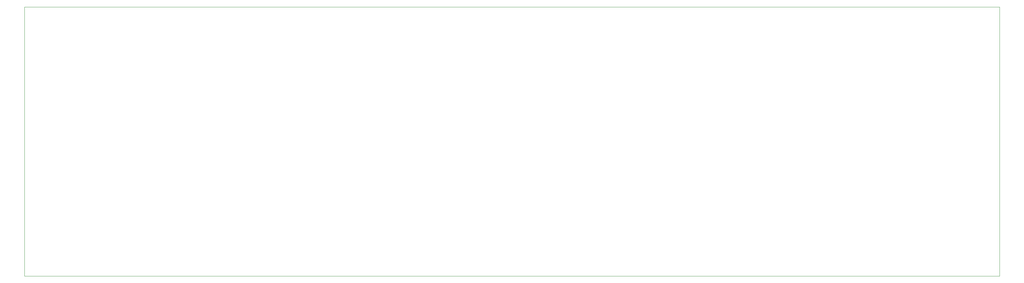
<source format=gbr>
%TF.GenerationSoftware,KiCad,Pcbnew,(6.0.8)*%
%TF.CreationDate,2022-12-29T19:13:17+02:00*%
%TF.ProjectId,mahjong_control_panel_with_service,6d61686a-6f6e-4675-9f63-6f6e74726f6c,rev?*%
%TF.SameCoordinates,Original*%
%TF.FileFunction,Profile,NP*%
%FSLAX46Y46*%
G04 Gerber Fmt 4.6, Leading zero omitted, Abs format (unit mm)*
G04 Created by KiCad (PCBNEW (6.0.8)) date 2022-12-29 19:13:17*
%MOMM*%
%LPD*%
G01*
G04 APERTURE LIST*
%TA.AperFunction,Profile*%
%ADD10C,0.100000*%
%TD*%
G04 APERTURE END LIST*
D10*
X20000000Y-21000000D02*
X280000000Y-21000000D01*
X280000000Y-21000000D02*
X280000000Y-93000000D01*
X280000000Y-93000000D02*
X20000000Y-93000000D01*
X20000000Y-93000000D02*
X20000000Y-21000000D01*
M02*

</source>
